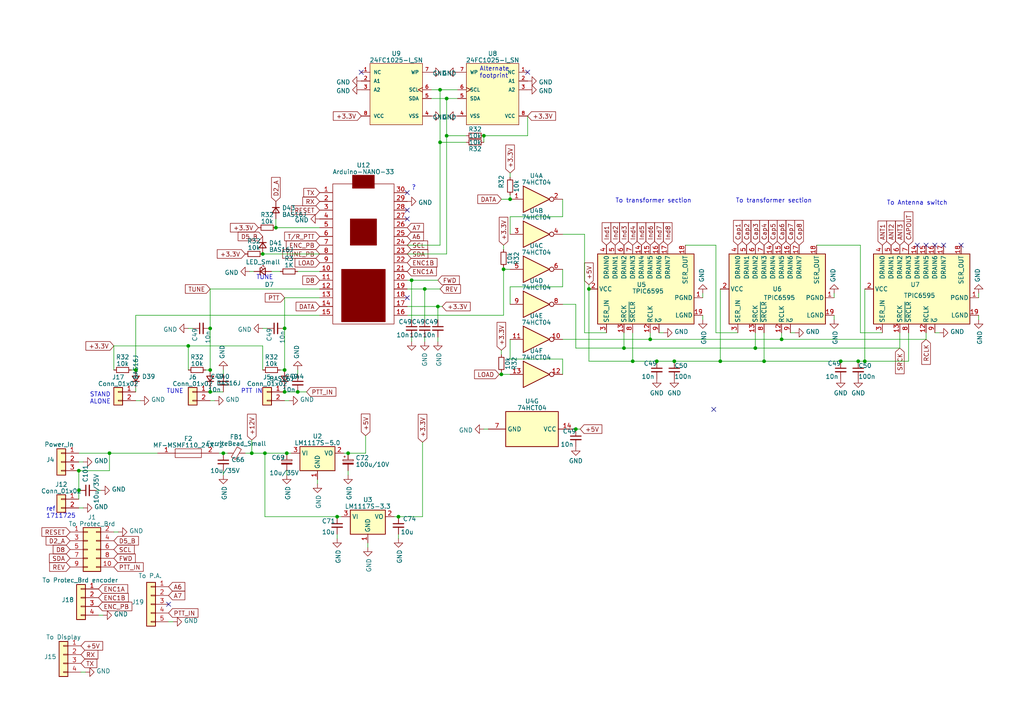
<source format=kicad_sch>
(kicad_sch (version 20230121) (generator eeschema)
  (paper "A4")
  (junction (at 73.025 131.445))
  (junction (at 31.75 131.445))
  (junction (at 123.19 83.82))
  (junction (at 54.61 100.33))
  (junction (at 60.96 113.665))
  (junction (at 127 88.9))
  (junction (at 170.815 83.82))
  (junction (at 250.825 104.775))
  (junction (at 82.55 107.315))
  (junction (at 243.84 104.775))
  (junction (at 64.77 131.445))
  (junction (at 100.965 131.445))
  (junction (at 226.695 98.425))
  (junction (at 76.835 131.445))
  (junction (at 140.335 39.37))
  (junction (at 76.2 73.66))
  (junction (at 129.54 28.575))
  (junction (at 115.57 149.86))
  (junction (at 22.86 136.525))
  (junction (at 188.595 98.425))
  (junction (at 221.615 104.775))
  (junction (at 127.635 26.035))
  (junction (at 180.975 100.965))
  (junction (at 119.38 81.28))
  (junction (at 129.54 39.37))
  (junction (at 219.075 100.965))
  (junction (at 147.955 57.785))
  (junction (at 22.86 142.24))
  (junction (at 208.915 104.775))
  (junction (at 146.05 78.105))
  (junction (at 190.5 104.775))
  (junction (at 39.37 107.315))
  (junction (at 80.01 66.04))
  (junction (at 195.58 104.775))
  (junction (at 83.185 131.445))
  (junction (at 82.55 113.665))
  (junction (at 82.55 95.25))
  (junction (at 97.79 149.86))
  (junction (at 86.36 113.665))
  (junction (at 145.415 108.585))
  (junction (at 60.96 95.25))
  (junction (at 127.635 41.275))
  (junction (at 60.96 107.315))
  (junction (at 248.92 104.775))
  (junction (at 167.005 124.46))
  (junction (at 183.515 104.775))
  (no_connect (at 118.11 63.5))
  (no_connect (at 118.11 60.96))
  (no_connect (at 207.01 118.745))
  (no_connect (at 104.775 20.955))
  (no_connect (at 271.145 71.12))
  (no_connect (at 278.765 71.12))
  (no_connect (at 268.605 71.12))
  (no_connect (at 118.11 86.36))
  (no_connect (at 153.035 20.955))
  (no_connect (at 273.685 71.12))
  (no_connect (at 118.11 55.88))
  (no_connect (at 48.895 175.26))
  (no_connect (at 266.065 71.12))
  (wire (pts (xy 167.005 100.965) (xy 167.005 88.265)))
  (wire (pts (xy 183.515 96.52) (xy 183.515 104.775)))
  (wire (pts (xy 163.195 62.865) (xy 147.955 62.865)))
  (wire (pts (xy 127 88.9) (xy 128.27 88.9)))
  (wire (pts (xy 97.79 156.21) (xy 97.79 154.94)))
  (wire (pts (xy 83.82 116.205) (xy 82.55 116.205)))
  (wire (pts (xy 33.02 100.33) (xy 54.61 100.33)))
  (wire (pts (xy 97.79 149.86) (xy 99.06 149.86)))
  (wire (pts (xy 129.54 28.575) (xy 132.715 28.575)))
  (wire (pts (xy 170.815 104.775) (xy 183.515 104.775)))
  (wire (pts (xy 135.255 39.37) (xy 129.54 39.37)))
  (wire (pts (xy 29.845 178.435) (xy 28.575 178.435)))
  (wire (pts (xy 119.38 81.28) (xy 127 81.28)))
  (wire (pts (xy 76.2 95.25) (xy 77.47 95.25)))
  (wire (pts (xy 127 88.9) (xy 127 92.71)))
  (wire (pts (xy 92.71 83.82) (xy 60.96 83.82)))
  (wire (pts (xy 118.11 81.28) (xy 119.38 81.28)))
  (wire (pts (xy 118.11 71.12) (xy 127.635 71.12)))
  (wire (pts (xy 243.84 104.775) (xy 248.92 104.775)))
  (wire (pts (xy 127.635 26.035) (xy 132.715 26.035)))
  (wire (pts (xy 50.165 180.34) (xy 48.895 180.34)))
  (wire (pts (xy 230.505 96.52) (xy 229.235 96.52)))
  (wire (pts (xy 145.415 57.785) (xy 147.955 57.785)))
  (wire (pts (xy 140.335 39.37) (xy 153.035 39.37)))
  (wire (pts (xy 147.955 78.105) (xy 146.05 78.105)))
  (wire (pts (xy 221.615 104.775) (xy 243.84 104.775)))
  (wire (pts (xy 92.075 140.335) (xy 92.075 139.065)))
  (wire (pts (xy 219.075 100.965) (xy 260.985 100.965)))
  (wire (pts (xy 147.955 98.425) (xy 147.955 104.14)))
  (wire (pts (xy 198.755 71.12) (xy 207.645 71.12)))
  (wire (pts (xy 24.765 194.945) (xy 23.495 194.945)))
  (wire (pts (xy 118.11 73.66) (xy 129.54 73.66)))
  (wire (pts (xy 115.57 156.21) (xy 115.57 154.94)))
  (wire (pts (xy 106.68 158.75) (xy 106.68 157.48)))
  (wire (pts (xy 207.645 71.12) (xy 207.645 96.52)))
  (wire (pts (xy 167.005 88.265) (xy 163.195 88.265)))
  (wire (pts (xy 163.195 57.785) (xy 163.195 62.865)))
  (wire (pts (xy 283.845 85.09) (xy 283.845 86.36)))
  (wire (pts (xy 153.035 39.37) (xy 153.035 33.655)))
  (wire (pts (xy 236.855 71.12) (xy 249.555 71.12)))
  (wire (pts (xy 73.025 131.445) (xy 76.835 131.445)))
  (wire (pts (xy 250.825 83.82) (xy 250.825 104.775)))
  (wire (pts (xy 29.21 142.24) (xy 27.94 142.24)))
  (wire (pts (xy 24.13 133.985) (xy 22.86 133.985)))
  (wire (pts (xy 192.405 96.52) (xy 191.135 96.52)))
  (wire (pts (xy 125.095 26.035) (xy 127.635 26.035)))
  (wire (pts (xy 203.835 92.71) (xy 203.835 91.44)))
  (wire (pts (xy 64.77 107.315) (xy 64.77 108.585)))
  (wire (pts (xy 167.005 124.46) (xy 168.275 124.46)))
  (wire (pts (xy 249.555 71.12) (xy 249.555 96.52)))
  (wire (pts (xy 180.975 100.965) (xy 167.005 100.965)))
  (wire (pts (xy 34.29 154.305) (xy 33.02 154.305)))
  (wire (pts (xy 78.74 78.74) (xy 81.28 78.74)))
  (wire (pts (xy 118.11 83.82) (xy 123.19 83.82)))
  (wire (pts (xy 146.05 78.105) (xy 146.05 91.44)))
  (wire (pts (xy 119.38 99.06) (xy 119.38 97.79)))
  (wire (pts (xy 127.635 41.275) (xy 127.635 71.12)))
  (wire (pts (xy 86.36 107.315) (xy 86.36 108.585)))
  (wire (pts (xy 82.55 113.665) (xy 86.36 113.665)))
  (wire (pts (xy 97.79 149.86) (xy 76.835 149.86)))
  (wire (pts (xy 54.61 100.33) (xy 76.2 100.33)))
  (wire (pts (xy 60.96 95.25) (xy 60.96 107.315)))
  (wire (pts (xy 127 99.06) (xy 127 97.79)))
  (wire (pts (xy 147.955 50.165) (xy 147.955 51.435)))
  (wire (pts (xy 180.975 100.965) (xy 219.075 100.965)))
  (wire (pts (xy 140.335 39.37) (xy 140.335 41.275)))
  (wire (pts (xy 22.86 131.445) (xy 31.75 131.445)))
  (wire (pts (xy 249.555 96.52) (xy 255.905 96.52)))
  (wire (pts (xy 147.955 83.185) (xy 147.955 88.265)))
  (wire (pts (xy 135.255 41.275) (xy 127.635 41.275)))
  (wire (pts (xy 170.815 83.82) (xy 170.815 104.775)))
  (wire (pts (xy 118.11 91.44) (xy 146.05 91.44)))
  (wire (pts (xy 33.02 107.315) (xy 33.02 100.33)))
  (wire (pts (xy 241.935 85.09) (xy 241.935 86.36)))
  (wire (pts (xy 92.71 91.44) (xy 39.37 91.44)))
  (wire (pts (xy 60.96 112.395) (xy 60.96 113.665)))
  (wire (pts (xy 146.05 71.12) (xy 146.05 72.39)))
  (wire (pts (xy 62.23 116.205) (xy 60.96 116.205)))
  (wire (pts (xy 226.695 98.425) (xy 268.605 98.425)))
  (wire (pts (xy 263.525 104.775) (xy 263.525 96.52)))
  (wire (pts (xy 180.975 96.52) (xy 180.975 100.965)))
  (wire (pts (xy 169.545 96.52) (xy 175.895 96.52)))
  (wire (pts (xy 163.195 98.425) (xy 188.595 98.425)))
  (wire (pts (xy 86.36 78.74) (xy 92.71 78.74)))
  (wire (pts (xy 183.515 104.775) (xy 190.5 104.775)))
  (wire (pts (xy 163.195 104.14) (xy 163.195 108.585)))
  (wire (pts (xy 83.185 137.795) (xy 83.185 136.525)))
  (wire (pts (xy 208.915 104.775) (xy 221.615 104.775)))
  (wire (pts (xy 82.55 86.36) (xy 82.55 95.25)))
  (wire (pts (xy 145.415 107.95) (xy 145.415 108.585)))
  (wire (pts (xy 203.835 85.09) (xy 203.835 86.36)))
  (wire (pts (xy 92.71 66.04) (xy 80.01 66.04)))
  (wire (pts (xy 122.555 128.27) (xy 122.555 149.86)))
  (wire (pts (xy 54.61 100.33) (xy 54.61 107.315)))
  (wire (pts (xy 38.1 107.315) (xy 39.37 107.315)))
  (wire (pts (xy 169.545 67.945) (xy 169.545 96.52)))
  (wire (pts (xy 80.01 63.5) (xy 80.01 66.04)))
  (wire (pts (xy 24.13 147.32) (xy 22.86 147.32)))
  (wire (pts (xy 60.96 113.665) (xy 64.77 113.665)))
  (wire (pts (xy 123.19 83.82) (xy 123.19 92.71)))
  (wire (pts (xy 60.96 83.82) (xy 60.96 95.25)))
  (wire (pts (xy 260.985 96.52) (xy 260.985 100.965)))
  (wire (pts (xy 82.55 112.395) (xy 82.55 113.665)))
  (wire (pts (xy 163.195 83.185) (xy 147.955 83.185)))
  (wire (pts (xy 188.595 98.425) (xy 226.695 98.425)))
  (wire (pts (xy 188.595 98.425) (xy 188.595 96.52)))
  (wire (pts (xy 76.2 100.33) (xy 76.2 107.315)))
  (wire (pts (xy 83.185 131.445) (xy 84.455 131.445)))
  (wire (pts (xy 100.965 137.795) (xy 100.965 136.525)))
  (wire (pts (xy 73.025 127.635) (xy 73.025 131.445)))
  (wire (pts (xy 129.54 39.37) (xy 129.54 73.66)))
  (wire (pts (xy 100.965 131.445) (xy 106.045 131.445)))
  (wire (pts (xy 123.19 99.06) (xy 123.19 97.79)))
  (wire (pts (xy 125.095 28.575) (xy 129.54 28.575)))
  (wire (pts (xy 248.92 104.775) (xy 250.825 104.775)))
  (wire (pts (xy 64.77 131.445) (xy 66.04 131.445)))
  (wire (pts (xy 147.955 56.515) (xy 147.955 57.785)))
  (wire (pts (xy 118.11 88.9) (xy 127 88.9)))
  (wire (pts (xy 31.75 131.445) (xy 31.75 136.525)))
  (wire (pts (xy 119.38 81.28) (xy 119.38 92.71)))
  (wire (pts (xy 250.825 104.775) (xy 263.525 104.775)))
  (wire (pts (xy 86.36 113.665) (xy 88.9 113.665)))
  (wire (pts (xy 140.335 124.46) (xy 141.605 124.46)))
  (wire (pts (xy 63.5 131.445) (xy 64.77 131.445)))
  (wire (pts (xy 268.605 96.52) (xy 268.605 98.425)))
  (wire (pts (xy 40.64 116.205) (xy 39.37 116.205)))
  (wire (pts (xy 272.415 96.52) (xy 271.145 96.52)))
  (wire (pts (xy 208.915 83.82) (xy 208.915 104.775)))
  (wire (pts (xy 146.05 78.105) (xy 146.05 77.47)))
  (wire (pts (xy 207.645 96.52) (xy 213.995 96.52)))
  (wire (pts (xy 195.58 104.775) (xy 208.915 104.775)))
  (wire (pts (xy 22.86 142.24) (xy 22.86 144.78)))
  (wire (pts (xy 59.69 107.315) (xy 60.96 107.315)))
  (wire (pts (xy 147.955 62.865) (xy 147.955 67.945)))
  (wire (pts (xy 71.12 131.445) (xy 73.025 131.445)))
  (wire (pts (xy 72.39 78.74) (xy 73.66 78.74)))
  (wire (pts (xy 145.415 108.585) (xy 147.955 108.585)))
  (wire (pts (xy 170.815 82.55) (xy 170.815 83.82)))
  (wire (pts (xy 39.37 91.44) (xy 39.37 107.315)))
  (wire (pts (xy 241.935 92.71) (xy 241.935 91.44)))
  (wire (pts (xy 39.37 112.395) (xy 39.37 113.665)))
  (wire (pts (xy 144.78 108.585) (xy 145.415 108.585)))
  (wire (pts (xy 76.2 73.66) (xy 92.71 73.66)))
  (wire (pts (xy 147.955 104.14) (xy 163.195 104.14)))
  (wire (pts (xy 54.61 95.25) (xy 55.88 95.25)))
  (wire (pts (xy 145.415 101.6) (xy 145.415 102.87)))
  (wire (pts (xy 22.86 136.525) (xy 22.86 142.24)))
  (wire (pts (xy 190.5 104.775) (xy 195.58 104.775)))
  (wire (pts (xy 76.835 149.86) (xy 76.835 131.445)))
  (wire (pts (xy 92.71 86.36) (xy 82.55 86.36)))
  (wire (pts (xy 106.045 126.365) (xy 106.045 131.445)))
  (wire (pts (xy 82.55 95.25) (xy 82.55 107.315)))
  (wire (pts (xy 31.75 131.445) (xy 45.72 131.445)))
  (wire (pts (xy 221.615 96.52) (xy 221.615 104.775)))
  (wire (pts (xy 129.54 39.37) (xy 129.54 28.575)))
  (wire (pts (xy 99.695 131.445) (xy 100.965 131.445)))
  (wire (pts (xy 163.195 67.945) (xy 169.545 67.945)))
  (wire (pts (xy 283.845 92.71) (xy 283.845 91.44)))
  (wire (pts (xy 163.195 78.105) (xy 163.195 83.185)))
  (wire (pts (xy 114.3 149.86) (xy 115.57 149.86)))
  (wire (pts (xy 64.77 137.795) (xy 64.77 136.525)))
  (wire (pts (xy 76.835 131.445) (xy 83.185 131.445)))
  (wire (pts (xy 219.075 96.52) (xy 219.075 100.965)))
  (wire (pts (xy 31.75 136.525) (xy 22.86 136.525)))
  (wire (pts (xy 226.695 98.425) (xy 226.695 96.52)))
  (wire (pts (xy 81.28 107.315) (xy 82.55 107.315)))
  (wire (pts (xy 127.635 26.035) (xy 127.635 41.275)))
  (wire (pts (xy 115.57 149.86) (xy 122.555 149.86)))
  (wire (pts (xy 123.19 83.82) (xy 127.635 83.82)))
  (text "PTT IN\n" (at 69.85 114.3 0) (effects (font (size 1.27 1.27)) (justify left bottom)))
  (text "To transformer section" (at 178.435 59.055 0) (effects (font (size 1.27 1.27)) (justify left bottom)))
  (text "TUNE \n" (at 48.26 114.3 0) (effects (font (size 1.27 1.27)) (justify left bottom)))
  (text "?" (at 119.38 55.245 0) (effects (font (size 1.27 1.27)) (justify left bottom)))
  (text "To transformer section" (at 213.36 59.055 0) (effects (font (size 1.27 1.27)) (justify left bottom)))
  (text "Alternate\nfootprint\n" (at 139.065 22.86 0) (effects (font (size 1.27 1.27)) (justify left bottom)))
  (text "ref\n1711725" (at 13.335 150.495 0) (effects (font (size 1.27 1.27)) (justify left bottom)))
  (text "TUNE" (at 74.295 81.28 0) (effects (font (size 1.27 1.27)) (justify left bottom)))
  (text "STAND\nALONE\n\n" (at 26.035 119.38 0) (effects (font (size 1.27 1.27)) (justify left bottom)))
  (text "To Antenna switch" (at 257.175 59.69 0) (effects (font (size 1.27 1.27)) (justify left bottom)))
  (global_label "ENC_PB" (shape input) (at 28.575 175.895 0) (property "Intersheetrefs" "${INTERSHEET_REFS}" (effects hide)))
  (global_label "+3.3V" (shape input) (at 145.415 101.6 90) (property "Intersheetrefs" "${INTERSHEET_REFS}" (effects hide)))
  (global_label "ENC1B" (shape input) (at 118.11 76.2 0) (property "Intersheetrefs" "${INTERSHEET_REFS}" (effects hide)))
  (global_label "Cap6" (shape input) (at 226.695 71.12 90) (property "Intersheetrefs" "${INTERSHEET_REFS}" (effects hide)))
  (global_label "PTT" (shape input) (at 82.55 86.36 180) (property "Intersheetrefs" "${INTERSHEET_REFS}" (effects hide)))
  (global_label "TX" (shape input) (at 23.495 192.405 0) (property "Intersheetrefs" "${INTERSHEET_REFS}" (effects hide)))
  (global_label "SCL" (shape input) (at 33.02 159.385 0) (property "Intersheetrefs" "${INTERSHEET_REFS}" (effects hide)))
  (global_label "+5V" (shape input) (at 23.495 187.325 0) (property "Intersheetrefs" "${INTERSHEET_REFS}" (effects hide)))
  (global_label "Ind2" (shape input) (at 178.435 71.12 90) (property "Intersheetrefs" "${INTERSHEET_REFS}" (effects hide)))
  (global_label "REV" (shape input) (at 127.635 83.82 0) (property "Intersheetrefs" "${INTERSHEET_REFS}" (effects hide)))
  (global_label "A6" (shape input) (at 118.11 68.58 0) (property "Intersheetrefs" "${INTERSHEET_REFS}" (effects hide)))
  (global_label "+3.3V" (shape input) (at 147.955 50.165 90) (property "Intersheetrefs" "${INTERSHEET_REFS}" (effects hide)))
  (global_label "LOAD" (shape input) (at 144.78 108.585 180) (property "Intersheetrefs" "${INTERSHEET_REFS}" (effects hide)))
  (global_label "Ind8" (shape input) (at 193.675 71.12 90) (property "Intersheetrefs" "${INTERSHEET_REFS}" (effects hide)))
  (global_label "LOAD" (shape input) (at 92.71 76.2 180) (property "Intersheetrefs" "${INTERSHEET_REFS}" (effects hide)))
  (global_label "Cap1" (shape input) (at 213.995 71.12 90) (property "Intersheetrefs" "${INTERSHEET_REFS}" (effects hide)))
  (global_label "RESET" (shape input) (at 92.71 60.96 180) (property "Intersheetrefs" "${INTERSHEET_REFS}" (effects hide)))
  (global_label "D8" (shape input) (at 20.32 159.385 180) (property "Intersheetrefs" "${INTERSHEET_REFS}" (effects hide)))
  (global_label "Ind7" (shape input) (at 191.135 71.12 90) (property "Intersheetrefs" "${INTERSHEET_REFS}" (effects hide)))
  (global_label "D5_B" (shape input) (at 33.02 156.845 0) (property "Intersheetrefs" "${INTERSHEET_REFS}" (effects hide)))
  (global_label "DATA" (shape input) (at 145.415 57.785 180) (property "Intersheetrefs" "${INTERSHEET_REFS}" (effects hide)))
  (global_label "TUNE" (shape input) (at 60.96 83.82 180) (property "Intersheetrefs" "${INTERSHEET_REFS}" (effects hide)))
  (global_label "ENC1B" (shape input) (at 28.575 173.355 0) (property "Intersheetrefs" "${INTERSHEET_REFS}" (effects hide)))
  (global_label "PTT_IN" (shape input) (at 48.895 177.8 0) (property "Intersheetrefs" "${INTERSHEET_REFS}" (effects hide)))
  (global_label "RX" (shape input) (at 23.495 189.865 0) (property "Intersheetrefs" "${INTERSHEET_REFS}" (effects hide)))
  (global_label "ANT2" (shape input) (at 258.445 71.12 90) (property "Intersheetrefs" "${INTERSHEET_REFS}" (effects hide)))
  (global_label "+5V" (shape input) (at 106.045 126.365 90) (property "Intersheetrefs" "${INTERSHEET_REFS}" (effects hide)))
  (global_label "A7" (shape input) (at 118.11 66.04 0) (property "Intersheetrefs" "${INTERSHEET_REFS}" (effects hide)))
  (global_label "SDA" (shape input) (at 20.32 161.925 180) (property "Intersheetrefs" "${INTERSHEET_REFS}" (effects hide)))
  (global_label "T{slash}R_PTT" (shape input) (at 92.71 68.58 180) (property "Intersheetrefs" "${INTERSHEET_REFS}" (effects hide)))
  (global_label "D5_B" (shape input) (at 76.2 68.58 180) (property "Intersheetrefs" "${INTERSHEET_REFS}" (effects hide)))
  (global_label "ENC1A" (shape input) (at 118.11 78.74 0) (property "Intersheetrefs" "${INTERSHEET_REFS}" (effects hide)))
  (global_label "RESET" (shape input) (at 20.32 154.305 180) (property "Intersheetrefs" "${INTERSHEET_REFS}" (effects hide)))
  (global_label "Cap5" (shape input) (at 224.155 71.12 90) (property "Intersheetrefs" "${INTERSHEET_REFS}" (effects hide)))
  (global_label "+3.3V" (shape input) (at 146.05 71.12 90) (property "Intersheetrefs" "${INTERSHEET_REFS}" (effects hide)))
  (global_label "REV" (shape input) (at 20.32 164.465 180) (property "Intersheetrefs" "${INTERSHEET_REFS}" (effects hide)))
  (global_label "D8" (shape input) (at 92.71 81.28 180) (property "Intersheetrefs" "${INTERSHEET_REFS}" (effects hide)))
  (global_label "Cap8" (shape input) (at 231.775 71.12 90) (property "Intersheetrefs" "${INTERSHEET_REFS}" (effects hide)))
  (global_label "DATA" (shape input) (at 92.71 88.9 180) (property "Intersheetrefs" "${INTERSHEET_REFS}" (effects hide)))
  (global_label "Ind3" (shape input) (at 180.975 71.12 90) (property "Intersheetrefs" "${INTERSHEET_REFS}" (effects hide)))
  (global_label "+3.3V" (shape input) (at 104.775 33.655 180) (property "Intersheetrefs" "${INTERSHEET_REFS}" (effects hide)))
  (global_label "SDA" (shape input) (at 118.11 73.66 0) (property "Intersheetrefs" "${INTERSHEET_REFS}" (effects hide)))
  (global_label "PTT_IN" (shape input) (at 88.9 113.665 0) (property "Intersheetrefs" "${INTERSHEET_REFS}" (effects hide)))
  (global_label "CAPOUT" (shape input) (at 263.525 71.12 90) (property "Intersheetrefs" "${INTERSHEET_REFS}" (effects hide)))
  (global_label "FWD" (shape input) (at 33.02 161.925 0) (property "Intersheetrefs" "${INTERSHEET_REFS}" (effects hide)))
  (global_label "RX" (shape input) (at 92.71 58.42 180) (property "Intersheetrefs" "${INTERSHEET_REFS}" (effects hide)))
  (global_label "Cap3" (shape input) (at 219.075 71.12 90) (property "Intersheetrefs" "${INTERSHEET_REFS}" (effects hide)))
  (global_label "FWD" (shape input) (at 127 81.28 0) (property "Intersheetrefs" "${INTERSHEET_REFS}" (effects hide)))
  (global_label "+3.3V" (shape input) (at 128.27 88.9 0) (property "Intersheetrefs" "${INTERSHEET_REFS}" (effects hide)))
  (global_label "Cap7" (shape input) (at 229.235 71.12 90) (property "Intersheetrefs" "${INTERSHEET_REFS}" (effects hide)))
  (global_label "PTT_IN" (shape input) (at 33.02 164.465 0) (property "Intersheetrefs" "${INTERSHEET_REFS}" (effects hide)))
  (global_label "Ind1" (shape input) (at 175.895 71.12 90) (property "Intersheetrefs" "${INTERSHEET_REFS}" (effects hide)))
  (global_label "SRCK" (shape input) (at 260.985 100.965 270) (property "Intersheetrefs" "${INTERSHEET_REFS}" (effects hide)))
  (global_label "TUNE_PB" (shape input) (at 92.71 73.66 180) (property "Intersheetrefs" "${INTERSHEET_REFS}" (effects hide)))
  (global_label "+3.3V" (shape input) (at 122.555 128.27 90) (property "Intersheetrefs" "${INTERSHEET_REFS}" (effects hide)))
  (global_label "Ind6" (shape input) (at 188.595 71.12 90) (property "Intersheetrefs" "${INTERSHEET_REFS}" (effects hide)))
  (global_label "ENC1A" (shape input) (at 28.575 170.815 0) (property "Intersheetrefs" "${INTERSHEET_REFS}" (effects hide)))
  (global_label "Ind5" (shape input) (at 186.055 71.12 90) (property "Intersheetrefs" "${INTERSHEET_REFS}" (effects hide)))
  (global_label "TX" (shape input) (at 92.71 55.88 180) (property "Intersheetrefs" "${INTERSHEET_REFS}" (effects hide)))
  (global_label "ANT1" (shape input) (at 255.905 71.12 90) (property "Intersheetrefs" "${INTERSHEET_REFS}" (effects hide)))
  (global_label "+3.3V" (shape input) (at 71.12 73.66 180) (property "Intersheetrefs" "${INTERSHEET_REFS}" (effects hide)))
  (global_label "A7" (shape input) (at 48.895 172.72 0) (property "Intersheetrefs" "${INTERSHEET_REFS}" (effects hide)))
  (global_label "+5V" (shape input) (at 170.815 82.55 90) (property "Intersheetrefs" "${INTERSHEET_REFS}" (effects hide)))
  (global_label "ENC_PB" (shape input) (at 92.71 71.12 180) (property "Intersheetrefs" "${INTERSHEET_REFS}" (effects hide)))
  (global_label "+3.3V" (shape input) (at 74.93 66.04 180) (property "Intersheetrefs" "${INTERSHEET_REFS}" (effects hide)))
  (global_label "+3.3V" (shape input) (at 33.02 100.33 180) (property "Intersheetrefs" "${INTERSHEET_REFS}" (effects hide)))
  (global_label "ANT3" (shape input) (at 260.985 71.12 90) (property "Intersheetrefs" "${INTERSHEET_REFS}" (effects hide)))
  (global_label "RCLK" (shape input) (at 268.605 98.425 270) (property "Intersheetrefs" "${INTERSHEET_REFS}" (effects hide)))
  (global_label "D2_A" (shape input) (at 80.01 58.42 90) (property "Intersheetrefs" "${INTERSHEET_REFS}" (effects hide)))
  (global_label "+5V" (shape input) (at 168.275 124.46 0) (property "Intersheetrefs" "${INTERSHEET_REFS}" (effects hide)))
  (global_label "Cap4" (shape input) (at 221.615 71.12 90) (property "Intersheetrefs" "${INTERSHEET_REFS}" (effects hide)))
  (global_label "SCL" (shape input) (at 118.11 71.12 0) (property "Intersheetrefs" "${INTERSHEET_REFS}" (effects hide)))
  (global_label "+3.3V" (shape input) (at 153.035 33.655 0) (property "Intersheetrefs" "${INTERSHEET_REFS}" (effects hide)))
  (global_label "A6" (shape input) (at 48.895 170.18 0) (property "Intersheetrefs" "${INTERSHEET_REFS}" (effects hide)))
  (global_label "D2_A" (shape input) (at 20.32 156.845 180) (property "Intersheetrefs" "${INTERSHEET_REFS}" (effects hide)))
  (global_label "Cap2" (shape input) (at 216.535 71.12 90) (property "Intersheetrefs" "${INTERSHEET_REFS}" (effects hide)))
  (global_label "+12V" (shape input) (at 73.025 127.635 90) (property "Intersheetrefs" "${INTERSHEET_REFS}" (effects hide)))
  (global_label "Ind4" (shape input) (at 183.515 71.12 90) (property "Intersheetrefs" "${INTERSHEET_REFS}" (effects hide)))
  (symbol (lib_id "power:GND") (at 241.935 92.71 0) (unit 1)
    (property "Reference" "#PWR0109" (effects hide))
    (property "Value" "GND" (at 242.2518 95.8849 90) (effects (justify right)))
  )
  (symbol (lib_id "Device:C_Small") (at 127 95.25 0) (unit 1)
    (property "Reference" "C49" (at 123.19 93.345 0) (effects (justify left)))
    (property "Value" "10n" (at 122.555 97.155 0) (effects (justify left)))
    (property "Footprint" "Capacitor_SMD:C_0805_2012Metric_Pad1.18x1.45mm_HandSolder" (effects hide))
    (instances (project "K_Aries" (path "" (reference "C49") (unit 1)) (path "" (reference "C77") (unit 1))))
  )
  (symbol (lib_id "Device:LED_Small") (at 76.2 78.74 0) (unit 1)
    (property "Reference" "D7" (at 78.105 82.55 0))
    (property "Value" "LED_Small" (at 76.2635 76.0001 0))
    (property "Footprint" "LED_SMD:LED_1206_3216Metric_Pad1.42x1.75mm_HandSolder" (effects hide))
    (instances (project "K_Aries" (path "" (reference "D7") (unit 1)) (path "" (reference "D42") (unit 1))))
  )
  (symbol (lib_id "power:GND") (at 153.035 23.495 90) (unit 1)
    (property "Reference" "#PWR049" (effects hide))
    (property "Value" "GND" (at 156.21 23.8118 90) (effects (justify right)))
    (instances (project "K_Aries" (path "" (reference "#PWR049") (unit 1)) (path "" (reference "#PWR0141") (unit 1))))
  )
  (symbol (lib_id "Device:R_Small") (at 146.05 74.93 0) (mirror y) (unit 1)
    (property "Reference" "R32" (at 149.7965 74.93 90))
    (property "Value" "10k" (at 147.8755 74.93 90))
    (property "Footprint" "Resistor_SMD:R_0805_2012Metric_Pad1.20x1.40mm_HandSolder" (effects hide))
    (instances (project "K_Aries" (path "" (reference "R32") (unit 1)) (path "" (reference "R39") (unit 1))))
  )
  (symbol (lib_id "power:GND") (at 64.77 107.315 180) (unit 1)
    (property "Reference" "#PWR088" (effects hide))
    (property "Value" "GND" (at 64.4532 104.1401 90) (effects (justify right)))
  )
  (symbol (lib_id "Connector_Generic:Conn_01x02") (at 77.47 113.665 0) (mirror y) (unit 1)
    (property "Reference" "J5" (at 77.47 109.3851 0))
    (property "Value" "Conn_01x02" (at 77.47 111.3061 0))
    (property "Footprint" "Connector_Molex:Molex_KK-254_AE-6410-02A_1x02_P2.54mm_Vertical" (effects hide))
  )
  (symbol (lib_id "Connector_Generic:Conn_01x04") (at 23.495 173.355 0) (mirror y) (unit 1)
    (property "Reference" "J18" (at 21.463 173.9813 0) (effects (justify left)))
    (property "Value" "To Protec_Brd encoder" (at 34.29 168.275 0) (effects (justify left)))
    (property "Footprint" "Connector_Molex:Molex_KK-254_AE-6410-04A_1x04_P2.54mm_Vertical" (effects hide))
  )
  (symbol (lib_id "24FC1025:24FC1025-I_SN") (at 155.575 20.955 0) (mirror y) (unit 1)
    (property "Reference" "U8" (at 142.875 15.5321 0))
    (property "Value" "24FC1025-I_SN" (at 142.875 17.4531 0))
    (property "Footprint" "Package_SO:SOIC-8_3.9x4.9mm_P1.27mm" (effects hide))
    (property "Code  IPC" "SOIC127P600-8" (effects hide))
    (property "Code  JEDEC" "MS-012" (effects hide))
    (property "Datasheet Version" "revF, Oct-2008" (effects hide))
    (property "Package Description" "8-Lead Plastic Small Outline (SN) - Narrow, 3.90mm Body [SOIC]" (effects hide))
    (property "Package Version" "revBB, Aug-2009" (effects hide))
    (property "category" "IC" (effects hide))
    (property "ciiva ids" "1392797" (effects hide))
    (property "library id" "cb48020c23aec842" (effects hide))
    (property "manufacturer" "Microchip" (effects hide))
    (property "package" "SOIC-SN8" (effects hide))
    (property "release date" "1302228250" (effects hide))
    (property "vault revision" "65909BAA-7286-4765-98EF-44FF3FB2A1DB" (effects hide))
    (property "imported" "yes" (effects hide))
  )
  (symbol (lib_id "power:GND") (at 192.405 96.52 90) (unit 1)
    (property "Reference" "#PWR0103" (effects hide))
    (property "Value" "GND" (at 195.5799 96.2032 90) (effects (justify right)))
  )
  (symbol (lib_id "power:GND") (at 241.935 85.09 180) (unit 1)
    (property "Reference" "#PWR0108" (effects hide))
    (property "Value" "GND" (at 241.6182 81.9151 90) (effects (justify right)))
  )
  (symbol (lib_id "power:GND") (at 153.035 26.035 90) (unit 1)
    (property "Reference" "#PWR049" (effects hide))
    (property "Value" "GND" (at 156.21 26.3518 90) (effects (justify right)))
    (instances (project "K_Aries" (path "" (reference "#PWR049") (unit 1)) (path "" (reference "#PWR0142") (unit 1))))
  )
  (symbol (lib_id "power:GND") (at 72.39 78.74 270) (unit 1)
    (property "Reference" "#PWR090" (effects hide))
    (property "Value" "GND" (at 69.2151 79.0568 90) (effects (justify right)))
  )
  (symbol (lib_id "power:GND") (at 140.335 124.46 270) (unit 1)
    (property "Reference" "#PWR0101" (effects hide))
    (property "Value" "GND" (at 137.1601 124.7768 90) (effects (justify right)))
  )
  (symbol (lib_id "power:GND") (at 34.29 154.305 90) (unit 1)
    (property "Reference" "#PWR079" (effects hide))
    (property "Value" "GND" (at 37.4649 153.9882 90) (effects (justify right)))
  )
  (symbol (lib_id "power:GND") (at 29.21 142.24 90) (unit 1)
    (property "Reference" "#PWR0140" (effects hide))
    (property "Value" "GND" (at 32.3849 141.9232 90) (effects (justify right)))
  )
  (symbol (lib_id "power:GND") (at 230.505 96.52 90) (unit 1)
    (property "Reference" "#PWR0107" (effects hide))
    (property "Value" "GND" (at 233.6799 96.2032 90) (effects (justify right)))
  )
  (symbol (lib_id "Device:C_Small") (at 195.58 107.315 0) (unit 1)
    (property "Reference" "C50" (at 195.58 106.045 0) (effects (justify left)))
    (property "Value" "100n" (at 195.58 109.22 0) (effects (justify left)))
    (property "Footprint" "Capacitor_SMD:C_0805_2012Metric_Pad1.18x1.45mm_HandSolder" (effects hide))
    (instances (project "K_Aries" (path "" (reference "C50") (unit 1)) (path "" (reference "C79") (unit 1))))
  )
  (symbol (lib_id "Device:D_Small") (at 39.37 109.855 90) (unit 1)
    (property "Reference" "D39" (at 41.148 109.2113 90) (effects (justify right)))
    (property "Value" "BAS16J" (at 39.37 102.87 0) (effects (justify right)))
    (property "Footprint" "Diode_SMD:D_SOD-323_HandSoldering" (effects hide))
    (property "Sim.Device" "D" (effects hide))
    (property "Sim.Pins" "1=K 2=A" (effects hide))
  )
  (symbol (lib_id "Regulator_Linear:LM1117S-3.3") (at 106.68 149.86 0) (unit 1)
    (property "Reference" "U3" (at 106.68 144.9451 0))
    (property "Value" "LM1117S-3.3" (at 106.68 146.8661 0))
    (property "Footprint" "Package_TO_SOT_SMD:SOT-223-3_TabPin2" (effects hide))
    (property "Datasheet" "http://www.ti.com/lit/ds/symlink/lm1117.pdf" (effects hide))
  )
  (symbol (lib_id "power:GND") (at 104.775 26.035 270) (unit 1)
    (property "Reference" "#PWR049" (effects hide))
    (property "Value" "GND" (at 101.6001 26.3518 90) (effects (justify right)))
    (instances (project "K_Aries" (path "" (reference "#PWR049") (unit 1)) (path "" (reference "#PWR0144") (unit 1))))
  )
  (symbol (lib_id "Device:R_Small") (at 73.66 73.66 90) (mirror x) (unit 1)
    (property "Reference" "R32" (at 73.66 69.9135 90))
    (property "Value" "10k" (at 73.66 71.8345 90))
    (property "Footprint" "Resistor_SMD:R_0805_2012Metric_Pad1.20x1.40mm_HandSolder" (effects hide))
    (instances (project "K_Aries" (path "" (reference "R32") (unit 1)) (path "" (reference "R42") (unit 1))))
  )
  (symbol (lib_id "Device:C_Small") (at 167.005 127 0) (unit 1)
    (property "Reference" "C49" (at 163.195 125.095 0) (effects (justify left)))
    (property "Value" "10n" (at 162.56 128.905 0) (effects (justify left)))
    (property "Footprint" "Capacitor_SMD:C_0805_2012Metric_Pad1.18x1.45mm_HandSolder" (effects hide))
    (instances (project "K_Aries" (path "" (reference "C49") (unit 1)) (path "" (reference "C20") (unit 1))))
  )
  (symbol (lib_id "power:GND") (at 92.075 140.335 0) (unit 1)
    (property "Reference" "#PWR087" (effects hide))
    (property "Value" "GND" (at 92.3918 143.5099 90) (effects (justify right)))
  )
  (symbol (lib_id "Device:R_Small") (at 137.795 41.275 90) (mirror x) (unit 1)
    (property "Reference" "R32" (at 137.795 43.18 90))
    (property "Value" "10k" (at 137.795 41.275 90))
    (property "Footprint" "Resistor_SMD:R_0805_2012Metric_Pad1.20x1.40mm_HandSolder" (effects hide))
    (instances (project "K_Aries" (path "" (reference "R32") (unit 1)) (path "" (reference "R47") (unit 1))))
  )
  (symbol (lib_id "power:GND") (at 64.77 137.795 0) (unit 1)
    (property "Reference" "#PWR080" (effects hide))
    (property "Value" "GND" (at 65.0868 140.9699 90) (effects (justify right)))
  )
  (symbol (lib_id "power:GND") (at 243.84 109.855 0) (unit 1)
    (property "Reference" "#PWR048" (effects hide))
    (property "Value" "GND" (at 243.84 113.9905 0))
    (instances (project "K_Aries" (path "" (reference "#PWR048") (unit 1)) (path "" (reference "#PWR0110") (unit 1))))
  )
  (symbol (lib_id "Device:D_Small") (at 80.01 60.96 270) (unit 1)
    (property "Reference" "D43" (at 81.788 60.3163 90) (effects (justify left)))
    (property "Value" "BAS16J" (at 81.788 62.2373 90) (effects (justify left)))
    (property "Footprint" "Diode_SMD:D_SOD-323_HandSoldering" (effects hide))
    (property "Sim.Device" "D" (effects hide))
    (property "Sim.Pins" "1=K 2=A" (effects hide))
  )
  (symbol (lib_id "power:GND") (at 132.715 33.655 270) (unit 1)
    (property "Reference" "#PWR049" (effects hide))
    (property "Value" "GND" (at 129.5401 33.9718 90) (effects (justify right)))
    (instances (project "K_Aries" (path "" (reference "#PWR049") (unit 1)) (path "" (reference "#PWR0146") (unit 1))))
  )
  (symbol (lib_id "Arduino-nano-33:Arduino-NANO-33") (at 105.41 73.66 0) (unit 1)
    (property "Reference" "U12" (at 105.41 47.9171 0))
    (property "Value" "Arduino-NANO-33" (at 105.41 49.8381 0))
    (property "Footprint" "Arduino-nano-33:NANO_33_Socket_Castell" (effects hide))
  )
  (symbol (lib_id "power:GND") (at 62.23 116.205 90) (unit 1)
    (property "Reference" "#PWR086" (effects hide))
    (property "Value" "GND" (at 65.4049 115.8882 90) (effects (justify right)))
  )
  (symbol (lib_id "power:GND") (at 24.13 133.985 90) (unit 1)
    (property "Reference" "#PWR075" (effects hide))
    (property "Value" "GND" (at 27.3049 133.6682 90) (effects (justify right)))
  )
  (symbol (lib_id "power:GND") (at 54.61 95.25 270) (unit 1)
    (property "Reference" "#PWR082" (effects hide))
    (property "Value" "GND" (at 51.4351 95.5668 90) (effects (justify right)))
  )
  (symbol (lib_id "Device:C_Small") (at 58.42 95.25 90) (unit 1)
    (property "Reference" "C49" (at 56.515 99.06 0) (effects (justify left)))
    (property "Value" "10n" (at 60.325 99.695 0) (effects (justify left)))
    (property "Footprint" "Capacitor_SMD:C_0805_2012Metric_Pad1.18x1.45mm_HandSolder" (effects hide))
    (instances (project "K_Aries" (path "" (reference "C49") (unit 1)) (path "" (reference "C67") (unit 1))))
  )
  (symbol (lib_id "Device:C_Small") (at 248.92 107.315 0) (unit 1)
    (property "Reference" "C50" (at 248.92 106.045 0) (effects (justify left)))
    (property "Value" "100n" (at 248.92 109.22 0) (effects (justify left)))
    (property "Footprint" "Capacitor_SMD:C_0805_2012Metric_Pad1.18x1.45mm_HandSolder" (effects hide))
    (instances (project "K_Aries" (path "" (reference "C50") (unit 1)) (path "" (reference "C81") (unit 1))))
  )
  (symbol (lib_id "power:GND") (at 195.58 109.855 0) (unit 1)
    (property "Reference" "#PWR049" (effects hide))
    (property "Value" "GND" (at 195.58 113.9905 0))
    (instances (project "K_Aries" (path "" (reference "#PWR049") (unit 1)) (path "" (reference "#PWR0104") (unit 1))))
  )
  (symbol (lib_id "Device:C_Small") (at 115.57 152.4 0) (unit 1)
    (property "Reference" "C74" (at 116.84 150.495 0) (effects (justify left)))
    (property "Value" "10u" (at 116.205 154.305 0) (effects (justify left)))
    (property "Footprint" "Capacitor_SMD:C_0805_2012Metric_Pad1.18x1.45mm_HandSolder" (effects hide))
  )
  (symbol (lib_id "power:GND") (at 83.82 116.205 90) (unit 1)
    (property "Reference" "#PWR093" (effects hide))
    (property "Value" "GND" (at 86.9949 115.8882 90) (effects (justify right)))
  )
  (symbol (lib_id "24FC1025:24FC1025-I_SN") (at 102.235 20.955 0) (unit 1)
    (property "Reference" "U9" (at 114.935 15.5321 0))
    (property "Value" "24FC1025-I_SN" (at 114.935 17.4531 0))
    (property "Footprint" "Package_DIP:DIP-8_W7.62mm_SMDSocket_SmallPads" (effects hide))
    (property "Code  IPC" "SOIC127P600-8" (effects hide))
    (property "Code  JEDEC" "MS-012" (effects hide))
    (property "Datasheet Version" "revF, Oct-2008" (effects hide))
    (property "Package Description" "8-Lead Plastic Small Outline (SN) - Narrow, 3.90mm Body [SOIC]" (effects hide))
    (property "Package Version" "revBB, Aug-2009" (effects hide))
    (property "category" "IC" (effects hide))
    (property "ciiva ids" "1392797" (effects hide))
    (property "library id" "cb48020c23aec842" (effects hide))
    (property "manufacturer" "Microchip" (effects hide))
    (property "package" "SOIC-SN8" (effects hide))
    (property "release date" "1302228250" (effects hide))
    (property "vault revision" "65909BAA-7286-4765-98EF-44FF3FB2A1DB" (effects hide))
    (property "imported" "yes" (effects hide))
  )
  (symbol (lib_id "Device:D_Small") (at 82.55 109.855 90) (unit 1)
    (property "Reference" "D44" (at 84.328 109.2113 90) (effects (justify right)))
    (property "Value" "BAS16J" (at 78.105 109.855 90) (effects (justify right)))
    (property "Footprint" "Diode_SMD:D_SOD-323_HandSoldering" (effects hide))
    (property "Sim.Device" "D" (effects hide))
    (property "Sim.Pins" "1=K 2=A" (effects hide))
  )
  (symbol (lib_id "Device:C_Small") (at 80.01 95.25 90) (unit 1)
    (property "Reference" "C49" (at 78.105 99.06 0) (effects (justify left)))
    (property "Value" "10n" (at 81.915 99.695 0) (effects (justify left)))
    (property "Footprint" "Capacitor_SMD:C_0805_2012Metric_Pad1.18x1.45mm_HandSolder" (effects hide))
    (instances (project "K_Aries" (path "" (reference "C49") (unit 1)) (path "" (reference "C21") (unit 1))))
  )
  (symbol (lib_id "power:GND") (at 115.57 156.21 0) (unit 1)
    (property "Reference" "#PWR095" (effects hide))
    (property "Value" "GND" (at 115.8868 159.3849 90) (effects (justify right)))
  )
  (symbol (lib_id "power:GND") (at 76.2 95.25 270) (unit 1)
    (property "Reference" "#PWR030" (effects hide))
    (property "Value" "GND" (at 73.0251 95.5668 90) (effects (justify right)))
  )
  (symbol (lib_id "Device:C_Small") (at 64.77 133.985 0) (unit 1)
    (property "Reference" "C66" (at 67.0941 133.3476 0) (effects (justify left)))
    (property "Value" "10u/35V" (at 60.96 136.525 0) (effects (justify left)))
    (property "Footprint" "Capacitor_Tantalum_SMD:CP_EIA-6032-28_Kemet-C_Pad2.25x2.35mm_HandSolder" (effects hide))
  )
  (symbol (lib_id "Regulator_Linear:LM1117S-5.0") (at 92.075 131.445 0) (unit 1)
    (property "Reference" "U2" (at 92.075 126.5301 0))
    (property "Value" "LM1117S-5.0" (at 92.075 128.4511 0))
    (property "Footprint" "Package_TO_SOT_SMD:SOT-223-3_TabPin2" (effects hide))
    (property "Datasheet" "http://www.ti.com/lit/ds/symlink/lm1117.pdf" (effects hide))
  )
  (symbol (lib_id "Device:C_Small") (at 97.79 152.4 0) (unit 1)
    (property "Reference" "C71" (at 93.345 151.13 0) (effects (justify left)))
    (property "Value" "10u" (at 93.345 154.305 0) (effects (justify left)))
    (property "Footprint" "Capacitor_SMD:C_0805_2012Metric_Pad1.18x1.45mm_HandSolder" (effects hide))
  )
  (symbol (lib_id "power:GND") (at 97.79 156.21 0) (unit 1)
    (property "Reference" "#PWR089" (effects hide))
    (property "Value" "GND" (at 98.1068 159.3849 90) (effects (justify right)))
  )
  (symbol (lib_id "Device:C_Small") (at 86.36 111.125 0) (unit 1)
    (property "Reference" "C49" (at 82.55 109.22 0) (effects (justify left)))
    (property "Value" "10n" (at 81.915 113.03 0) (effects (justify left)))
    (property "Footprint" "Capacitor_SMD:C_0805_2012Metric_Pad1.18x1.45mm_HandSolder" (effects hide))
    (instances (project "K_Aries" (path "" (reference "C49") (unit 1)) (path "" (reference "C73") (unit 1))))
  )
  (symbol (lib_id "power:GND") (at 118.11 58.42 90) (unit 1)
    (property "Reference" "#PWR097" (effects hide))
    (property "Value" "GND" (at 121.285 58.7368 90) (effects (justify right)))
  )
  (symbol (lib_id "Connector_Generic:Conn_01x02") (at 17.78 144.78 0) (mirror y) (unit 1)
    (property "Reference" "J12" (at 17.78 140.5001 0))
    (property "Value" "Conn_01x02" (at 17.78 142.4211 0))
    (property "Footprint" "Connector_Phoenix_1711725:1711725" (effects hide))
  )
  (symbol (lib_id "Device:C_Polarized_Small") (at 83.185 133.985 0) (unit 1)
    (property "Reference" "C69" (at 78.74 132.715 0) (effects (justify left)))
    (property "Value" "10u/35V" (at 78.105 137.16 0) (effects (justify left)))
    (property "Footprint" "Capacitor_Tantalum_SMD:CP_EIA-6032-28_Kemet-C_Pad2.25x2.35mm_HandSolder" (effects hide))
  )
  (symbol (lib_id "power:GND") (at 104.775 23.495 270) (unit 1)
    (property "Reference" "#PWR049" (effects hide))
    (property "Value" "GND" (at 101.6001 23.8118 90) (effects (justify right)))
    (instances (project "K_Aries" (path "" (reference "#PWR049") (unit 1)) (path "" (reference "#PWR0143") (unit 1))))
  )
  (symbol (lib_id "power:GND") (at 123.19 99.06 0) (unit 1)
    (property "Reference" "#PWR099" (effects hide))
    (property "Value" "GND" (at 123.19 102.235 90) (effects (justify right)))
  )
  (symbol (lib_id "power:GND") (at 29.845 178.435 90) (unit 1)
    (property "Reference" "#PWR078" (effects hide))
    (property "Value" "GND" (at 33.0199 178.1182 90) (effects (justify right)))
  )
  (symbol (lib_id "74xx:74HCT04") (at 155.575 78.105 0) (unit 3)
    (property "Reference" "U4" (at 155.575 71.2851 0))
    (property "Value" "74HCT04" (at 155.575 73.2061 0))
    (property "Footprint" "Package_SO:SOIC-14_3.9x8.7mm_P1.27mm" (effects hide))
    (property "Datasheet" "https://assets.nexperia.com/documents/data-sheet/74HC_HCT04.pdf" (effects hide))
  )
  (symbol (lib_id "Connector_Generic:Conn_01x02") (at 34.29 113.665 0) (mirror y) (unit 1)
    (property "Reference" "J17" (at 34.29 109.3851 0))
    (property "Value" "Conn_01x02" (at 34.29 111.3061 0))
    (property "Footprint" "Connector_Molex:Molex_KK-254_AE-6410-02A_1x02_P2.54mm_Vertical" (effects hide))
  )
  (symbol (lib_id "Device:R_Small") (at 78.74 107.315 90) (mirror x) (unit 1)
    (property "Reference" "R32" (at 78.74 103.5685 90))
    (property "Value" "10k" (at 78.74 105.4895 90))
    (property "Footprint" "Resistor_SMD:R_0805_2012Metric_Pad1.20x1.40mm_HandSolder" (effects hide))
    (instances (project "K_Aries" (path "" (reference "R32") (unit 1)) (path "" (reference "R36") (unit 1))))
  )
  (symbol (lib_id "power:GND") (at 119.38 99.06 0) (unit 1)
    (property "Reference" "#PWR098" (effects hide))
    (property "Value" "GND" (effects hide))
  )
  (symbol (lib_id "74xx:74HCT04") (at 155.575 88.265 0) (unit 4)
    (property "Reference" "U4" (at 155.575 81.4451 0))
    (property "Value" "74HCT04" (at 155.575 83.3661 0))
    (property "Footprint" "Package_SO:SOIC-14_3.9x8.7mm_P1.27mm" (effects hide))
    (property "Datasheet" "https://assets.nexperia.com/documents/data-sheet/74HC_HCT04.pdf" (effects hide))
  )
  (symbol (lib_id "Connector_Generic:Conn_02x05_Odd_Even") (at 25.4 159.385 0) (unit 1)
    (property "Reference" "J1" (at 26.67 150.0251 0))
    (property "Value" "To Protec_Brd" (at 26.67 151.9461 0))
    (property "Footprint" "Connector_IDC:IDC-Header_2x05_P2.54mm_Vertical" (effects hide))
  )
  (symbol (lib_id "Device:R_Small") (at 83.82 78.74 90) (unit 1)
    (property "Reference" "R3" (at 83.82 74.9935 90))
    (property "Value" "1K" (at 83.82 76.9145 90))
    (property "Footprint" "Resistor_SMD:R_0805_2012Metric_Pad1.20x1.40mm_HandSolder" (effects hide))
    (instances (project "K_Aries" (path "" (reference "R3") (unit 1)) (path "" (reference "R37") (unit 1))))
  )
  (symbol (lib_id "power:GND") (at 203.835 85.09 180) (unit 1)
    (property "Reference" "#PWR0105" (effects hide))
    (property "Value" "GND" (at 203.5182 81.9151 90) (effects (justify right)))
  )
  (symbol (lib_id "Device:C_Small") (at 119.38 95.25 0) (unit 1)
    (property "Reference" "C49" (at 115.57 93.345 0) (effects (justify left)))
    (property "Value" "10n" (at 114.935 97.155 0) (effects (justify left)))
    (property "Footprint" "Capacitor_SMD:C_0805_2012Metric_Pad1.18x1.45mm_HandSolder" (effects hide))
    (instances (project "K_Aries" (path "" (reference "C49") (unit 1)) (path "" (reference "C75") (unit 1))))
  )
  (symbol (lib_id "power:GND") (at 86.36 107.315 180) (unit 1)
    (property "Reference" "#PWR094" (effects hide))
    (property "Value" "GND" (at 86.0432 104.1401 90) (effects (justify right)))
  )
  (symbol (lib_id "74xx:74HCT04") (at 154.305 124.46 270) (unit 7)
    (property "Reference" "U4" (at 154.305 116.3701 90))
    (property "Value" "74HCT04" (at 154.305 118.2911 90))
    (property "Footprint" "Package_SO:SOIC-14_3.9x8.7mm_P1.27mm" (effects hide))
    (property "Datasheet" "https://assets.nexperia.com/documents/data-sheet/74HC_HCT04.pdf" (effects hide))
  )
  (symbol (lib_id "Device:C_Small") (at 64.77 111.125 0) (unit 1)
    (property "Reference" "C49" (at 60.96 109.22 0) (effects (justify left)))
    (property "Value" "10n" (at 60.325 113.03 0) (effects (justify left)))
    (property "Footprint" "Capacitor_SMD:C_0805_2012Metric_Pad1.18x1.45mm_HandSolder" (effects hide))
    (instances (project "K_Aries" (path "" (reference "C49") (unit 1)) (path "" (reference "C70") (unit 1))))
  )
  (symbol (lib_id "Device:R_Small") (at 137.795 39.37 90) (mirror x) (unit 1)
    (property "Reference" "R32" (at 137.795 37.465 90))
    (property "Value" "10k" (at 137.795 39.37 90))
    (property "Footprint" "Resistor_SMD:R_0805_2012Metric_Pad1.20x1.40mm_HandSolder" (effects hide))
    (instances (project "K_Aries" (path "" (reference "R32") (unit 1)) (path "" (reference "R46") (unit 1))))
  )
  (symbol (lib_id "Device:D_Small") (at 60.96 109.855 90) (unit 1)
    (property "Reference" "D40" (at 62.738 109.2113 90) (effects (justify right)))
    (property "Value" "BAS16J" (at 62.738 111.1323 90) (effects (justify right)))
    (property "Footprint" "Diode_SMD:D_SOD-323_HandSoldering" (effects hide))
    (property "Sim.Device" "D" (effects hide))
    (property "Sim.Pins" "1=K 2=A" (effects hide))
  )
  (symbol (lib_id "power:GND") (at 190.5 109.855 0) (unit 1)
    (property "Reference" "#PWR048" (effects hide))
    (property "Value" "GND" (at 190.5 113.9905 0))
    (instances (project "K_Aries" (path "" (reference "#PWR048") (unit 1)) (path "" (reference "#PWR0102") (unit 1))))
  )
  (symbol (lib_id "Device:C_Polarized_Small") (at 100.965 133.985 0) (unit 1)
    (property "Reference" "C72" (at 103.124 132.7952 0) (effects (justify left)))
    (property "Value" "100u/10V" (at 103.124 134.7162 0) (effects (justify left)))
    (property "Footprint" "Capacitor_Tantalum_SMD:CP_EIA-7132-28_AVX-C_Pad2.72x3.50mm_HandSolder" (effects hide))
  )
  (symbol (lib_id "Connector_Generic:Conn_01x05") (at 43.815 175.26 0) (mirror y) (unit 1)
    (property "Reference" "J19" (at 41.783 174.6163 0) (effects (justify left)))
    (property "Value" "To P.A." (at 46.99 167.005 0) (effects (justify left)))
    (property "Footprint" "Connector_Molex:Molex_KK-254_AE-6410-05A_1x05_P2.54mm_Vertical" (effects hide))
  )
  (symbol (lib_id "74xx:74HCT04") (at 155.575 98.425 0) (unit 5)
    (property "Reference" "U4" (at 155.575 91.6051 0))
    (property "Value" "74HCT04" (at 155.575 93.5261 0))
    (property "Footprint" "Package_SO:SOIC-14_3.9x8.7mm_P1.27mm" (effects hide))
    (property "Datasheet" "https://assets.nexperia.com/documents/data-sheet/74HC_HCT04.pdf" (effects hide))
  )
  (symbol (lib_id "power:GND") (at 283.845 85.09 180) (unit 1)
    (property "Reference" "#PWR0113" (effects hide))
    (property "Value" "GND" (at 283.5282 81.9151 90) (effects (justify right)))
  )
  (symbol (lib_id "Device:R_Small") (at 77.47 66.04 90) (mirror x) (unit 1)
    (property "Reference" "R32" (at 77.47 62.2935 90))
    (property "Value" "10k" (at 77.47 64.2145 90))
    (property "Footprint" "Resistor_SMD:R_0805_2012Metric_Pad1.20x1.40mm_HandSolder" (effects hide))
    (instances (project "K_Aries" (path "" (reference "R32") (unit 1)) (path "" (reference "R48") (unit 1))))
  )
  (symbol (lib_id "power:GND") (at 92.71 63.5 270) (unit 1)
    (property "Reference" "#PWR096" (effects hide))
    (property "Value" "GND" (at 89.5351 63.8168 90) (effects (justify right)))
  )
  (symbol (lib_id "74xx:74HCT04") (at 155.575 67.945 0) (unit 2)
    (property "Reference" "U4" (at 155.575 61.1251 0))
    (property "Value" "74HCT04" (at 155.575 63.0461 0))
    (property "Footprint" "Package_SO:SOIC-14_3.9x8.7mm_P1.27mm" (effects hide))
    (property "Datasheet" "https://assets.nexperia.com/documents/data-sheet/74HC_HCT04.pdf" (effects hide))
  )
  (symbol (lib_id "Device:R_Small") (at 147.955 53.975 0) (mirror y) (unit 1)
    (property "Reference" "R32" (at 145.415 52.705 90))
    (property "Value" "10k" (at 149.7805 53.975 90))
    (property "Footprint" "Resistor_SMD:R_0805_2012Metric_Pad1.20x1.40mm_HandSolder" (effects hide))
    (instances (project "K_Aries" (path "" (reference "R32") (unit 1)) (path "" (reference "R40") (unit 1))))
  )
  (symbol (lib_id "Device:D_Small") (at 76.2 71.12 270) (unit 1)
    (property "Reference" "D41" (at 77.978 70.4763 90) (effects (justify left)))
    (property "Value" "BAS16J" (at 77.978 72.3973 90) (effects (justify left)))
    (property "Footprint" "Diode_SMD:D_SOD-323_HandSoldering" (effects hide))
    (property "Sim.Device" "D" (effects hide))
    (property "Sim.Pins" "1=K 2=A" (effects hide))
  )
  (symbol (lib_id "Connector_Generic:Conn_01x03") (at 17.78 133.985 0) (mirror y) (unit 1)
    (property "Reference" "J4" (at 14.605 133.35 0))
    (property "Value" "Power_In" (at 17.145 128.905 0))
    (property "Footprint" "Connector_Molex:Molex_KK-254_AE-6410-03A_1x03_P2.54mm_Vertical" (effects hide))
  )
  (symbol (lib_id "power:GND") (at 24.765 194.945 90) (unit 1)
    (property "Reference" "#PWR077" (effects hide))
    (property "Value" "GND" (at 27.9399 194.6282 90) (effects (justify right)))
  )
  (symbol (lib_id "SamacSys_Parts:MF-MSMF110_24X-2") (at 45.72 131.445 0) (unit 1)
    (property "Reference" "F2" (at 54.61 127.2159 0))
    (property "Value" "MF-MSMF110_24X-2" (at 54.61 129.1369 0))
    (property "Footprint" "MFMSMF11024X2:MFMSMF11024X2" (effects hide))
    (property "Datasheet" "http://uk.rs-online.com/web/p/products/8171668P" (effects hide))
    (property "Description" "Bourns 1.1A Resettable Fuse, 24V" (effects hide))
    (property "RS Part Number" "8171668P" (effects hide))
    (property "RS Price/Stock" "http://uk.rs-online.com/web/p/products/8171668P" (effects hide))
    (property "Manufacturer_Name" "Bourns" (effects hide))
    (property "Manufacturer_Part_Number" "MF-MSMF110/24X-2" (effects hide))
  )
  (symbol (lib_id "power:GND") (at 24.13 147.32 90) (unit 1)
    (property "Reference" "#PWR076" (effects hide))
    (property "Value" "GND" (at 27.3049 147.0032 90) (effects (justify right)))
  )
  (symbol (lib_id "Interface_Expansion:TPIC6595") (at 186.055 83.82 90) (unit 1)
    (property "Reference" "U5" (at 186.055 82.55 90))
    (property "Value" "TPIC6595" (at 187.96 84.455 90))
    (property "Footprint" "Package_SO:SOIC-20W_7.5x12.8mm_P1.27mm" (effects hide))
    (property "Datasheet" "http://www.ti.com/lit/ds/symlink/tpic6595.pdf" (effects hide))
  )
  (symbol (lib_id "power:GND") (at 283.845 92.71 0) (unit 1)
    (property "Reference" "#PWR0114" (effects hide))
    (property "Value" "GND" (at 284.1618 95.8849 90) (effects (justify right)))
  )
  (symbol (lib_id "Device:R_Small") (at 145.415 105.41 0) (mirror y) (unit 1)
    (property "Reference" "R32" (at 149.1615 105.41 90))
    (property "Value" "10k" (at 147.2405 105.41 90))
    (property "Footprint" "Resistor_SMD:R_0805_2012Metric_Pad1.20x1.40mm_HandSolder" (effects hide))
    (instances (project "K_Aries" (path "" (reference "R32") (unit 1)) (path "" (reference "R38") (unit 1))))
  )
  (symbol (lib_id "power:GND") (at 50.165 180.34 90) (unit 1)
    (property "Reference" "#PWR084" (effects hide))
    (property "Value" "GND" (at 53.3399 180.0232 90) (effects (justify right)))
  )
  (symbol (lib_id "Device:C_Small") (at 190.5 107.315 0) (unit 1)
    (property "Reference" "C49" (at 186.69 105.41 0) (effects (justify left)))
    (property "Value" "10n" (at 186.055 109.22 0) (effects (justify left)))
    (property "Footprint" "Capacitor_SMD:C_0805_2012Metric_Pad1.18x1.45mm_HandSolder" (effects hide))
    (instances (project "K_Aries" (path "" (reference "C49") (unit 1)) (path "" (reference "C78") (unit 1))))
  )
  (symbol (lib_id "power:GND") (at 106.68 158.75 0) (unit 1)
    (property "Reference" "#PWR092" (effects hide))
    (property "Value" "GND" (at 106.9968 161.9249 90) (effects (justify right)))
  )
  (symbol (lib_id "74xx:74HCT04") (at 155.575 57.785 0) (unit 1)
    (property "Reference" "U4" (at 155.575 50.9651 0))
    (property "Value" "74HCT04" (at 155.575 52.8861 0))
    (property "Footprint" "Package_SO:SOIC-14_3.9x8.7mm_P1.27mm" (effects hide))
    (property "Datasheet" "https://assets.nexperia.com/documents/data-sheet/74HC_HCT04.pdf" (effects hide))
  )
  (symbol (lib_id "power:GND") (at 127 99.06 0) (unit 1)
    (property "Reference" "#PWR0100" (effects hide))
    (property "Value" "GND" (at 127.3168 102.2349 90) (effects (justify right)))
  )
  (symbol (lib_id "Device:R_Small") (at 57.15 107.315 90) (mirror x) (unit 1)
    (property "Reference" "R32" (at 57.15 103.5685 90))
    (property "Value" "10k" (at 57.15 105.4895 90))
    (property "Footprint" "Resistor_SMD:R_0805_2012Metric_Pad1.20x1.40mm_HandSolder" (effects hide))
    (instances (project "K_Aries" (path "" (reference "R32") (unit 1)) (path "" (reference "R35") (unit 1))))
  )
  (symbol (lib_id "power:GND") (at 272.415 96.52 90) (unit 1)
    (property "Reference" "#PWR0112" (effects hide))
    (property "Value" "GND" (at 275.5899 96.2032 90) (effects (justify right)))
  )
  (symbol (lib_id "Device:C_Small") (at 123.19 95.25 0) (unit 1)
    (property "Reference" "C49" (at 119.38 93.345 0) (effects (justify left)))
    (property "Value" "10n" (at 118.745 97.155 0) (effects (justify left)))
    (property "Footprint" "Capacitor_SMD:C_0805_2012Metric_Pad1.18x1.45mm_HandSolder" (effects hide))
    (instances (project "K_Aries" (path "" (reference "C49") (unit 1)) (path "" (reference "C76") (unit 1))))
  )
  (symbol (lib_id "Device:C_Small") (at 25.4 142.24 90) (unit 1)
    (property "Reference" "C101" (at 24.7626 139.9159 0) (effects (justify left)))
    (property "Value" "10u/35V" (at 27.94 146.05 0) (effects (justify left)))
    (property "Footprint" "Capacitor_Tantalum_SMD:CP_EIA-6032-28_Kemet-C_Pad2.25x2.35mm_HandSolder" (effects hide))
  )
  (symbol (lib_id "Device:C_Small") (at 243.84 107.315 0) (unit 1)
    (property "Reference" "C49" (at 240.03 105.41 0) (effects (justify left)))
    (property "Value" "10n" (at 239.395 109.22 0) (effects (justify left)))
    (property "Footprint" "Capacitor_SMD:C_0805_2012Metric_Pad1.18x1.45mm_HandSolder" (effects hide))
    (instances (project "K_Aries" (path "" (reference "C49") (unit 1)) (path "" (reference "C80") (unit 1))))
  )
  (symbol (lib_id "power:GND") (at 132.715 20.955 270) (unit 1)
    (property "Reference" "#PWR049" (effects hide))
    (property "Value" "GND" (at 129.5401 21.2718 90) (effects (justify right)))
    (instances (project "K_Aries" (path "" (reference "#PWR049") (unit 1)) (path "" (reference "#PWR0148") (unit 1))))
  )
  (symbol (lib_id "power:GND") (at 167.005 129.54 0) (unit 1)
    (property "Reference" "#PWR048" (effects hide))
    (property "Value" "GND" (at 167.005 133.6755 0))
    (instances (project "K_Aries" (path "" (reference "#PWR048") (unit 1)) (path "" (reference "#PWR029") (unit 1))))
  )
  (symbol (lib_id "power:GND") (at 125.095 33.655 90) (unit 1)
    (property "Reference" "#PWR049" (effects hide))
    (property "Value" "GND" (at 128.27 33.9718 90) (effects (justify right)))
    (instances (project "K_Aries" (path "" (reference "#PWR049") (unit 1)) (path "" (reference "#PWR0145") (unit 1))))
  )
  (symbol (lib_id "Interface_Expansion:TPIC6595") (at 266.065 83.82 90) (unit 1)
    (property "Reference" "U7" (at 265.43 82.55 90))
    (property "Value" "TPIC6595" (at 266.7 85.725 90))
    (property "Footprint" "Package_SO:SOIC-20W_7.5x12.8mm_P1.27mm" (effects hide))
    (property "Datasheet" "http://www.ti.com/lit/ds/symlink/tpic6595.pdf" (effects hide))
  )
  (symbol (lib_id "Connector_Generic:Conn_01x04") (at 18.415 189.865 0) (mirror y) (unit 1)
    (property "Reference" "J15" (at 16.383 190.4913 0) (effects (justify left)))
    (property "Value" "To Display" (at 23.495 184.785 0) (effects (justify left)))
    (property "Footprint" "Connector_Molex:Molex_KK-254_AE-6410-04A_1x04_P2.54mm_Vertical" (effects hide))
  )
  (symbol (lib_id "Connector_Generic:Conn_01x02") (at 55.88 113.665 0) (mirror y) (unit 1)
    (property "Reference" "J6" (at 55.88 109.3851 0))
    (property "Value" "Conn_01x02" (at 55.88 111.3061 0))
    (property "Footprint" "Connector_Molex:Molex_KK-254_AE-6410-02A_1x02_P2.54mm_Vertical" (effects hide))
  )
  (symbol (lib_id "power:GND") (at 203.835 92.71 0) (unit 1)
    (property "Reference" "#PWR0106" (effects hide))
    (property "Value" "GND" (at 204.1518 95.8849 90) (effects (justify right)))
  )
  (symbol (lib_id "power:GND") (at 100.965 137.795 0) (unit 1)
    (property "Reference" "#PWR091" (effects hide))
    (property "Value" "GND" (at 101.2818 140.9699 90) (effects (justify right)))
  )
  (symbol (lib_id "74xx:74HCT04") (at 155.575 108.585 0) (unit 6)
    (property "Reference" "U4" (at 155.575 101.7651 0))
    (property "Value" "74HCT04" (at 155.575 103.6861 0))
    (property "Footprint" "Package_SO:SOIC-14_3.9x8.7mm_P1.27mm" (effects hide))
    (property "Datasheet" "https://assets.nexperia.com/documents/data-sheet/74HC_HCT04.pdf" (effects hide))
  )
  (symbol (lib_id "power:GND") (at 248.92 109.855 0) (unit 1)
    (property "Reference" "#PWR049" (effects hide))
    (property "Value" "GND" (at 248.92 113.9905 0))
    (instances (project "K_Aries" (path "" (reference "#PWR049") (unit 1)) (path "" (reference "#PWR0111") (unit 1))))
  )
  (symbol (lib_id "power:GND") (at 125.095 20.955 90) (unit 1)
    (property "Reference" "#PWR049" (effects hide))
    (property "Value" "GND" (at 128.27 21.2718 90) (effects (justify right)))
    (instances (project "K_Aries" (path "" (reference "#PWR049") (unit 1)) (path "" (reference "#PWR0147") (unit 1))))
  )
  (symbol (lib_id "Device:FerriteBead_Small") (at 68.58 131.445 90) (unit 1)
    (property "Reference" "FB1" (at 68.5419 126.7333 90))
    (property "Value" "FerriteBead_Small" (at 68.5419 128.6543 90))
    (property "Footprint" "Inductor_SMD:L_2512_6332Metric_Pad1.52x3.35mm_HandSolder" (effects hide))
    (instances (project "K_Aries" (path "" (reference "FB1") (unit 1)) (path "" (reference "FB5") (unit 1))))
  )
  (symbol (lib_id "Interface_Expansion:TPIC6595") (at 224.155 83.82 90) (unit 1)
    (property "Reference" "U6" (at 225.425 83.82 90))
    (property "Value" "TPIC6595" (at 226.06 86.36 90))
    (property "Footprint" "Package_SO:SOIC-20W_7.5x12.8mm_P1.27mm" (effects hide))
    (property "Datasheet" "http://www.ti.com/lit/ds/symlink/tpic6595.pdf" (effects hide))
  )
  (symbol (lib_id "Device:R_Small") (at 35.56 107.315 90) (mirror x) (unit 1)
    (property "Reference" "R32" (at 35.56 103.5685 90))
    (property "Value" "10k" (at 35.56 105.4895 90))
    (property "Footprint" "Resistor_SMD:R_0805_2012Metric_Pad1.20x1.40mm_HandSolder" (effects hide))
    (instances (project "K_Aries" (path "" (reference "R32") (unit 1)) (path "" (reference "R34") (unit 1))))
  )
  (symbol (lib_id "power:GND") (at 40.64 116.205 90) (unit 1)
    (property "Reference" "#PWR081" (effects hide))
    (property "Value" "GND" (at 43.8149 115.8882 90) (effects (justify right)))
  )
  (symbol (lib_id "power:GND") (at 83.185 137.795 0) (unit 1)
    (property "Reference" "#PWR085" (effects hide))
    (property "Value" "GND" (at 83.5018 140.9699 90) (effects (justify right)))
  )
)
</source>
